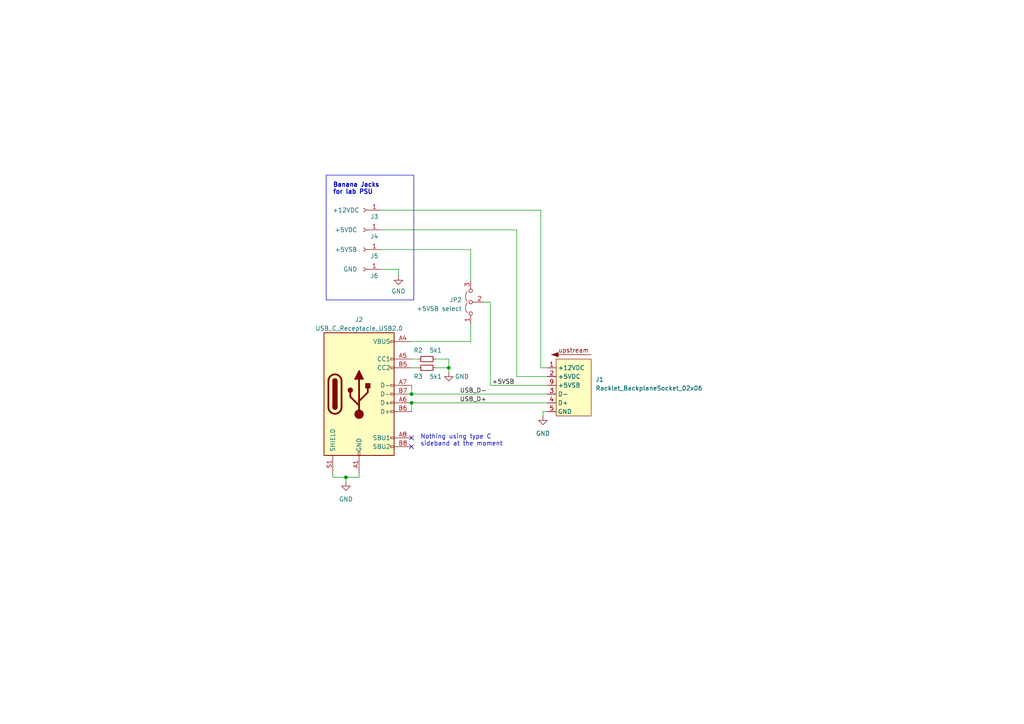
<source format=kicad_sch>
(kicad_sch (version 20230121) (generator eeschema)
  (paper "A4")
  (title_block (title "hatlet-dongle - Backplane Socket to Type C Receptacle") (date "2023-03-20") (rev "0.1.0") (company "https://racklet.io") (comment 1 "Author: Verneri Hirvonen"))
  (lib_symbols
    (symbol "Connector:Conn_01x01_Socket" (pin_names (offset 1.016) hide)
      (property "Reference" "J" (at 0 2.54 0))
      (property "Value" "Conn_01x01_Socket" (at 0 -2.54 0))
      (symbol "Conn_01x01_Socket_1_1"
        (polyline (pts (xy -1.27 0) (xy -0.508 0)) (stroke (width 0.1524)))
        (arc (start 0 0.508) (mid -0.5058 0) (end 0 -0.508) (stroke (width 0.1524)))
        (pin passive line (at -5.08 0 0) (length 3.81) (name "Pin_1") (number "1"))
      )
    )
    (symbol "Connector:USB_C_Receptacle_USB2.0" (pin_names (offset 1.016))
      (property "Reference" "J" (at -10.16 19.05 0))
      (property "Value" "USB_C_Receptacle_USB2.0" (at 19.05 19.05 0))
      (symbol "USB_C_Receptacle_USB2.0_0_0"
        (rectangle (start -0.254 -17.78) (end 0.254 -16.764))
        (rectangle (start 10.16 -14.986) (end 9.144 -15.494))
        (rectangle (start 10.16 -12.446) (end 9.144 -12.954))
        (rectangle (start 10.16 -4.826) (end 9.144 -5.334))
        (rectangle (start 10.16 -2.286) (end 9.144 -2.794))
        (rectangle (start 10.16 0.254) (end 9.144 -0.254))
        (rectangle (start 10.16 2.794) (end 9.144 2.286))
        (rectangle (start 10.16 7.874) (end 9.144 7.366))
        (rectangle (start 10.16 10.414) (end 9.144 9.906))
        (rectangle (start 10.16 15.494) (end 9.144 14.986))
      )
      (symbol "USB_C_Receptacle_USB2.0_0_1"
        (rectangle (start -10.16 17.78) (end 10.16 -17.78) (stroke (width 0.254)) (fill (type background)))
        (arc (start -8.89 -3.81) (mid -6.985 -5.7067) (end -5.08 -3.81) (stroke (width 0.508)))
        (arc (start -7.62 -3.81) (mid -6.985 -4.4423) (end -6.35 -3.81) (stroke (width 0.254)))
        (arc (start -7.62 -3.81) (mid -6.985 -4.4423) (end -6.35 -3.81) (stroke (width 0.254)) (fill (type outline)))
        (rectangle (start -7.62 -3.81) (end -6.35 3.81) (stroke (width 0.254)) (fill (type outline)))
        (arc (start -6.35 3.81) (mid -6.985 4.4423) (end -7.62 3.81) (stroke (width 0.254)))
        (arc (start -6.35 3.81) (mid -6.985 4.4423) (end -7.62 3.81) (stroke (width 0.254)) (fill (type outline)))
        (arc (start -5.08 3.81) (mid -6.985 5.7067) (end -8.89 3.81) (stroke (width 0.508)))
        (circle (center -2.54 1.143) (radius 0.635) (stroke (width 0.254)) (fill (type outline)))
        (circle (center 0 -5.842) (radius 1.27) (fill (type outline)))
        (polyline (pts (xy -8.89 -3.81) (xy -8.89 3.81)) (stroke (width 0.508)))
        (polyline (pts (xy -5.08 3.81) (xy -5.08 -3.81)) (stroke (width 0.508)))
        (polyline (pts (xy 0 -5.842) (xy 0 4.318)) (stroke (width 0.508)))
        (polyline (pts (xy 0 -3.302) (xy -2.54 -0.762) (xy -2.54 0.508)) (stroke (width 0.508)))
        (polyline (pts (xy 0 -2.032) (xy 2.54 0.508) (xy 2.54 1.778)) (stroke (width 0.508)))
        (polyline (pts (xy -1.27 4.318) (xy 0 6.858) (xy 1.27 4.318) (xy -1.27 4.318)) (stroke (width 0.254)) (fill (type outline)))
        (rectangle (start 1.905 1.778) (end 3.175 3.048) (stroke (width 0.254)) (fill (type outline)))
      )
      (symbol "USB_C_Receptacle_USB2.0_1_1"
        (pin passive line (at 0 -22.86 90) (length 5.08) (name "GND") (number "A1"))
        (pin passive line (at 0 -22.86 90) (length 5.08) hide (name "GND") (number "A12"))
        (pin passive line (at 15.24 15.24 180) (length 5.08) (name "VBUS") (number "A4"))
        (pin bidirectional line (at 15.24 10.16 180) (length 5.08) (name "CC1") (number "A5"))
        (pin bidirectional line (at 15.24 -2.54 180) (length 5.08) (name "D+") (number "A6"))
        (pin bidirectional line (at 15.24 2.54 180) (length 5.08) (name "D-") (number "A7"))
        (pin bidirectional line (at 15.24 -12.7 180) (length 5.08) (name "SBU1") (number "A8"))
        (pin passive line (at 15.24 15.24 180) (length 5.08) hide (name "VBUS") (number "A9"))
        (pin passive line (at 0 -22.86 90) (length 5.08) hide (name "GND") (number "B1"))
        (pin passive line (at 0 -22.86 90) (length 5.08) hide (name "GND") (number "B12"))
        (pin passive line (at 15.24 15.24 180) (length 5.08) hide (name "VBUS") (number "B4"))
        (pin bidirectional line (at 15.24 7.62 180) (length 5.08) (name "CC2") (number "B5"))
        (pin bidirectional line (at 15.24 -5.08 180) (length 5.08) (name "D+") (number "B6"))
        (pin bidirectional line (at 15.24 0 180) (length 5.08) (name "D-") (number "B7"))
        (pin bidirectional line (at 15.24 -15.24 180) (length 5.08) (name "SBU2") (number "B8"))
        (pin passive line (at 15.24 15.24 180) (length 5.08) hide (name "VBUS") (number "B9"))
        (pin passive line (at -7.62 -22.86 90) (length 5.08) (name "SHIELD") (number "S1"))
      )
    )
    (symbol "Device:R_Small" (pin_numbers hide) (pin_names (offset 0.254) hide)
      (property "Reference" "R" (at 0.762 0.508 0))
      (property "Value" "R_Small" (at 0.762 -1.016 0))
      (symbol "R_Small_0_1"
        (rectangle (start -0.762 1.778) (end 0.762 -1.778) (stroke (width 0.2032)))
      )
      (symbol "R_Small_1_1"
        (pin passive line (at 0 2.54 270) (length 0.762) (name "~") (number "1"))
        (pin passive line (at 0 -2.54 90) (length 0.762) (name "~") (number "2"))
      )
    )
    (symbol "Jumper:Jumper_3_Open" (pin_names (offset 0) hide)
      (property "Reference" "JP" (at -2.54 -2.54 0))
      (property "Value" "Jumper_3_Open" (at 0 2.794 0))
      (symbol "Jumper_3_Open_0_0"
        (circle (center -3.302 0) (radius 0.508))
        (circle (center 0 0) (radius 0.508))
        (circle (center 3.302 0) (radius 0.508))
      )
      (symbol "Jumper_3_Open_0_1"
        (arc (start -0.254 1.016) (mid -1.651 1.4992) (end -3.048 1.016))
        (polyline (pts (xy 0 -0.508) (xy 0 -1.27)))
        (arc (start 3.048 1.016) (mid 1.651 1.4992) (end 0.254 1.016))
      )
      (symbol "Jumper_3_Open_1_1"
        (pin passive line (at -6.35 0 0) (length 2.54) (name "A") (number "1"))
        (pin passive line (at 0 -3.81 90) (length 2.54) (name "C") (number "2"))
        (pin passive line (at 6.35 0 180) (length 2.54) (name "B") (number "3"))
      )
    )
    (symbol "power:GND" (power) (pin_names (offset 0))
      (property "Value" "GND" (at 0 -3.81 0))
      (symbol "GND_0_1"
        (polyline (pts (xy 0 0) (xy 0 -1.27) (xy 1.27 -1.27) (xy 0 -2.54) (xy -1.27 -1.27) (xy 0 -1.27)))
      )
      (symbol "GND_1_1"
        (pin power_in line (at 0 0 270) (length 0) hide (name "GND") (number "1"))
      )
    )
    (symbol "racklet:Racklet_BackplaneSocket_02x06"
      (property "Reference" "J" (at 0 -8.89 0))
      (property "Value" "Racklet_BackplaneSocket_02x06" (at 0 13.97 0))
      (symbol "Racklet_BackplaneSocket_02x06_0_1"
        (rectangle (start -5.08 8.89) (end 5.08 -7.62) (fill (type background)))
        (polyline (pts (xy -6.35 10.16) (xy 5.08 10.16)))
        (polyline (pts (xy -6.35 10.16) (xy -4.445 10.795) (xy -4.445 9.525) (xy -6.35 10.16)) (fill (type outline)))
        (text "upstream" (at 0 11.43 0) (effects (font (size 1.27 1.27))))
      )
      (symbol "Racklet_BackplaneSocket_02x06_1_1"
        (pin power_in line (at -7.62 6.35 0) (length 2.54) (name "+12VDC") (number "1"))
        (pin power_in line (at -7.62 -6.35 0) (length 2.54) hide (name "GND") (number "10"))
        (pin power_in line (at -7.62 -6.35 0) (length 2.54) hide (name "GND") (number "11"))
        (pin power_in line (at -7.62 -6.35 0) (length 2.54) hide (name "GND") (number "12"))
        (pin power_in line (at -7.62 3.81 0) (length 2.54) (name "+5VDC") (number "2"))
        (pin bidirectional line (at -7.62 -1.27 0) (length 2.54) (name "D-") (number "3"))
        (pin bidirectional line (at -7.62 -3.81 0) (length 2.54) (name "D+") (number "4"))
        (pin power_in line (at -7.62 -6.35 0) (length 2.54) (name "GND") (number "5"))
        (pin power_in line (at -7.62 -6.35 0) (length 2.54) hide (name "GND") (number "6"))
        (pin power_in line (at -7.62 6.35 0) (length 2.54) hide (name "+12VDC") (number "7"))
        (pin power_in line (at -7.62 3.81 0) (length 2.54) hide (name "+5VDC") (number "8"))
        (pin power_in line (at -7.62 1.27 0) (length 2.54) (name "+5VSB") (number "9"))
      )
    )
  )
  (junction (at 100.33 138.43))
  (junction (at 119.38 114.3))
  (junction (at 130.175 106.68))
  (junction (at 119.38 116.84))
  (no_connect (at 119.38 127))
  (no_connect (at 119.38 129.54))
  (wire (pts (xy 110.49 66.675) (xy 149.86 66.675)))
  (wire (pts (xy 142.24 87.63) (xy 142.24 111.76)))
  (wire (pts (xy 119.38 116.84) (xy 158.75 116.84)))
  (wire (pts (xy 100.33 138.43) (xy 104.14 138.43)))
  (wire (pts (xy 119.38 106.68) (xy 121.285 106.68)))
  (wire (pts (xy 119.38 104.14) (xy 121.285 104.14)))
  (wire (pts (xy 140.335 87.63) (xy 142.24 87.63)))
  (wire (pts (xy 156.845 60.96) (xy 110.49 60.96)))
  (wire (pts (xy 119.38 99.06) (xy 136.525 99.06)))
  (wire (pts (xy 149.86 109.22) (xy 158.75 109.22)))
  (wire (pts (xy 158.75 106.68) (xy 156.845 106.68)))
  (wire (pts (xy 115.57 78.105) (xy 110.49 78.105)))
  (wire (pts (xy 126.365 106.68) (xy 130.175 106.68)))
  (wire (pts (xy 130.175 106.68) (xy 130.175 107.95)))
  (wire (pts (xy 142.24 111.76) (xy 158.75 111.76)))
  (wire (pts (xy 96.52 137.16) (xy 96.52 138.43)))
  (wire (pts (xy 149.86 66.675) (xy 149.86 109.22)))
  (wire (pts (xy 119.38 116.84) (xy 119.38 119.38)))
  (wire (pts (xy 126.365 104.14) (xy 130.175 104.14)))
  (wire (pts (xy 119.38 111.76) (xy 119.38 114.3)))
  (wire (pts (xy 100.33 138.43) (xy 100.33 139.7)))
  (wire (pts (xy 157.48 120.65) (xy 157.48 119.38)))
  (wire (pts (xy 136.525 93.98) (xy 136.525 99.06)))
  (wire (pts (xy 110.49 72.39) (xy 136.525 72.39)))
  (wire (pts (xy 96.52 138.43) (xy 100.33 138.43)))
  (wire (pts (xy 119.38 114.3) (xy 158.75 114.3)))
  (wire (pts (xy 156.845 106.68) (xy 156.845 60.96)))
  (wire (pts (xy 104.14 138.43) (xy 104.14 137.16)))
  (wire (pts (xy 115.57 80.01) (xy 115.57 78.105)))
  (wire (pts (xy 157.48 119.38) (xy 158.75 119.38)))
  (wire (pts (xy 136.525 72.39) (xy 136.525 81.28)))
  (wire (pts (xy 130.175 104.14) (xy 130.175 106.68)))
  (rectangle (start 94.615 50.8) (end 120.015 86.995))
  (text "Nothing using type C\nsideband at the moment" (at 121.92 129.54 0) (effects (font (size 1.27 1.27)) (justify left bottom)))
  (text "Banana Jacks\nfor lab PSU" (at 96.52 56.515 0) (effects (font (size 1.27 1.27) (thickness 0.254) bold) (justify left bottom)))
  (label "USB_D-" (at 133.35 114.3 0))
  (label "+5VSB" (at 149.225 111.76 180))
  (label "USB_D+" (at 133.35 116.84 0))
  (symbol (lib_id "racklet:Racklet_BackplaneSocket_02x06") (at 166.37 113.03 0) (unit 1)
    (property "Reference" "J1" (at 172.72 110.0732 0) (effects (justify left)))
    (property "Value" "Racklet_BackplaneSocket_02x06" (at 172.72 112.6132 0) (effects (justify left)))
    (property "Footprint" "racklet:Racklet_BackplaneSocket_02x06" (effects hide))
  )
  (symbol (lib_id "Connector:Conn_01x01_Socket") (at 105.41 60.96 0) (mirror y) (unit 1)
    (property "Reference" "J3" (at 108.585 62.865 0))
    (property "Value" "+12VDC" (at 100.33 60.96 0))
    (property "Footprint" "Connector:Banana_Cliff_FCR7350x_S16N-PC_Horizontal" (effects hide))
  )
  (symbol (lib_id "power:GND") (at 100.33 139.7 0) (unit 1)
    (property "Reference" "#PWR01" (effects hide))
    (property "Value" "GND" (at 100.33 144.78 0))
  )
  (symbol (lib_id "Device:R_Small") (at 123.825 106.68 90) (unit 1)
    (property "Reference" "R3" (at 121.285 109.22 90))
    (property "Value" "5k1" (at 126.365 109.22 90))
    (property "Footprint" "Resistor_SMD:R_0603_1608Metric" (effects hide))
    (property "JLCPCB Part #" "C23186" (effects hide))
  )
  (symbol (lib_id "Jumper:Jumper_3_Open") (at 136.525 87.63 90) (unit 1)
    (property "Reference" "JP2" (at 133.985 86.995 90) (effects (justify left)))
    (property "Value" "+5VSB select" (at 133.985 89.535 90) (effects (justify left)))
    (property "Footprint" "Connector_PinHeader_2.54mm:PinHeader_1x03_P2.54mm_Vertical" (effects hide))
  )
  (symbol (lib_id "Connector:Conn_01x01_Socket") (at 105.41 72.39 0) (mirror y) (unit 1)
    (property "Reference" "J5" (at 108.585 74.295 0))
    (property "Value" "+5VSB" (at 100.33 72.39 0))
    (property "Footprint" "Connector:Banana_Cliff_FCR7350x_S16N-PC_Horizontal" (effects hide))
  )
  (symbol (lib_id "power:GND") (at 130.175 107.95 0) (unit 1)
    (property "Reference" "#PWR02" (effects hide))
    (property "Value" "GND" (at 133.985 109.22 0))
  )
  (symbol (lib_id "power:GND") (at 115.57 80.01 0) (unit 1)
    (property "Reference" "#PWR04" (effects hide))
    (property "Value" "GND" (at 115.57 84.455 0))
  )
  (symbol (lib_id "Connector:USB_C_Receptacle_USB2.0") (at 104.14 114.3 0) (unit 1)
    (property "Reference" "J2" (at 104.14 92.71 0))
    (property "Value" "USB_C_Receptacle_USB2.0" (at 104.14 95.25 0))
    (property "Footprint" "Connector_USB:USB_C_Receptacle_HRO_TYPE-C-31-M-12" (effects hide))
    (property "Datasheet" "https://www.usb.org/sites/default/files/documents/usb_type-c.zip" (effects hide))
    (property "JLCPCB Part #" "C165948" (effects hide))
  )
  (symbol (lib_id "Device:R_Small") (at 123.825 104.14 90) (unit 1)
    (property "Reference" "R2" (at 121.285 101.6 90))
    (property "Value" "5k1" (at 126.365 101.6 90))
    (property "Footprint" "Resistor_SMD:R_0603_1608Metric" (effects hide))
    (property "JLCPCB Part #" "C23186" (effects hide))
  )
  (symbol (lib_id "Connector:Conn_01x01_Socket") (at 105.41 78.105 0) (mirror y) (unit 1)
    (property "Reference" "J6" (at 108.585 80.01 0))
    (property "Value" "GND" (at 101.6 78.105 0))
    (property "Footprint" "Connector:Banana_Cliff_FCR7350x_S16N-PC_Horizontal" (effects hide))
  )
  (symbol (lib_id "power:GND") (at 157.48 120.65 0) (unit 1)
    (property "Reference" "#PWR03" (effects hide))
    (property "Value" "GND" (at 157.48 125.73 0))
  )
  (symbol (lib_id "Connector:Conn_01x01_Socket") (at 105.41 66.675 0) (mirror y) (unit 1)
    (property "Reference" "J4" (at 108.585 68.58 0))
    (property "Value" "+5VDC" (at 100.33 66.675 0))
    (property "Footprint" "Connector:Banana_Cliff_FCR7350x_S16N-PC_Horizontal" (effects hide))
  )
)
</source>
